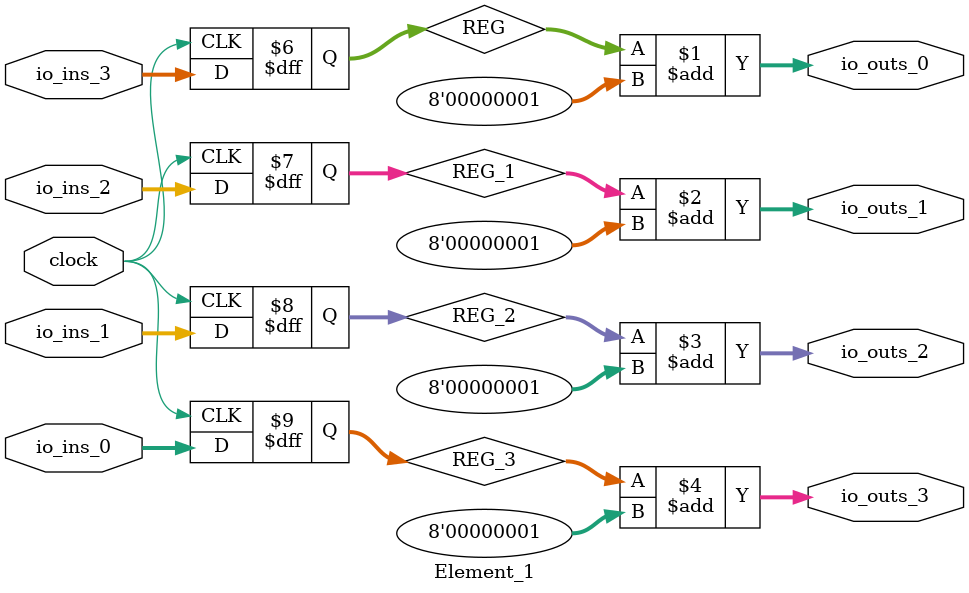
<source format=v>
module Element_1(
  input        clock,
  input  [7:0] io_ins_0,
  input  [7:0] io_ins_1,
  input  [7:0] io_ins_2,
  input  [7:0] io_ins_3,
  output [7:0] io_outs_0,
  output [7:0] io_outs_1,
  output [7:0] io_outs_2,
  output [7:0] io_outs_3
);
`ifdef RANDOMIZE_REG_INIT
  reg [31:0] _RAND_0;
  reg [31:0] _RAND_1;
  reg [31:0] _RAND_2;
  reg [31:0] _RAND_3;
`endif // RANDOMIZE_REG_INIT
  reg [7:0] REG; // @[MockArray.scala 33:45]
  reg [7:0] REG_1; // @[MockArray.scala 33:45]
  reg [7:0] REG_2; // @[MockArray.scala 33:45]
  reg [7:0] REG_3; // @[MockArray.scala 33:45]
  assign io_outs_0 = REG + 8'h1; // @[MockArray.scala 33:49]
  assign io_outs_1 = REG_1 + 8'h1; // @[MockArray.scala 33:49]
  assign io_outs_2 = REG_2 + 8'h1; // @[MockArray.scala 33:49]
  assign io_outs_3 = REG_3 + 8'h1; // @[MockArray.scala 33:49]
  always @(posedge clock) begin
    REG <= io_ins_3; // @[MockArray.scala 33:45]
    REG_1 <= io_ins_2; // @[MockArray.scala 33:45]
    REG_2 <= io_ins_1; // @[MockArray.scala 33:45]
    REG_3 <= io_ins_0; // @[MockArray.scala 33:45]
  end
// Register and memory initialization
`ifdef RANDOMIZE_GARBAGE_ASSIGN
`define RANDOMIZE
`endif
`ifdef RANDOMIZE_INVALID_ASSIGN
`define RANDOMIZE
`endif
`ifdef RANDOMIZE_REG_INIT
`define RANDOMIZE
`endif
`ifdef RANDOMIZE_MEM_INIT
`define RANDOMIZE
`endif
`ifndef RANDOM
`define RANDOM $random
`endif
`ifdef RANDOMIZE_MEM_INIT
  integer initvar;
`endif
`ifndef SYNTHESIS
`ifdef FIRRTL_BEFORE_INITIAL
`FIRRTL_BEFORE_INITIAL
`endif
initial begin
  `ifdef RANDOMIZE
    `ifdef INIT_RANDOM
      `INIT_RANDOM
    `endif
    `ifndef VERILATOR
      `ifdef RANDOMIZE_DELAY
        #`RANDOMIZE_DELAY begin end
      `else
        #0.002 begin end
      `endif
    `endif
`ifdef RANDOMIZE_REG_INIT
  _RAND_0 = {1{`RANDOM}};
  REG = _RAND_0[7:0];
  _RAND_1 = {1{`RANDOM}};
  REG_1 = _RAND_1[7:0];
  _RAND_2 = {1{`RANDOM}};
  REG_2 = _RAND_2[7:0];
  _RAND_3 = {1{`RANDOM}};
  REG_3 = _RAND_3[7:0];
`endif // RANDOMIZE_REG_INIT
  `endif // RANDOMIZE
end // initial
`ifdef FIRRTL_AFTER_INITIAL
`FIRRTL_AFTER_INITIAL
`endif
`endif // SYNTHESIS
endmodule

</source>
